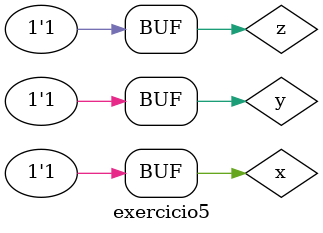
<source format=v>
module f5b ( output s,         //jeito B
input a,
input b,
input c);
// descrever por expressao

assign s = a||(b & c);
endmodule // f5b







//RESULTADO//

module exercicio5;
// ------------------------- definir dados
reg x;
reg y;
reg z;
wire b;


f5b moduloB ( b, x, y,z);    //jeito 2
// ------------------------- parte principal
initial
begin : main
$display("exercicio 5 - Bruno Mello Couto - 00683618");
$display("Test module");
$display("   x    y    z    b");
// projetar testes do modulo
$monitor("%4b %4b %4b %4b", x, y, z, b);
   x=0; y=0; z=0;
#1 x=0; y=0; z=1;
#1 x=0; y=1; z=0;
#1 x=1; y=0; z=0;
#1 x=0; y=1; z=1;
#1 x=1; y=0; z=1;
#1 x=1; y=1; z=0;
#1 x=1; y=1; z=1;

end
endmodule 

</source>
